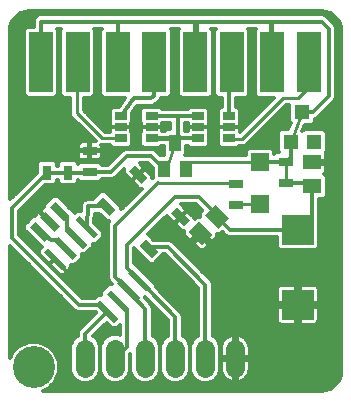
<source format=gtl>
G75*
G70*
%OFA0B0*%
%FSLAX24Y24*%
%IPPOS*%
%LPD*%
%AMOC8*
5,1,8,0,0,1.08239X$1,22.5*
%
%ADD10R,0.0197X0.0866*%
%ADD11R,0.0512X0.0630*%
%ADD12R,0.0591X0.0591*%
%ADD13R,0.0472X0.0315*%
%ADD14C,0.0640*%
%ADD15R,0.0630X0.0512*%
%ADD16R,0.1063X0.1004*%
%ADD17R,0.0300X0.0600*%
%ADD18R,0.0390X0.0272*%
%ADD19R,0.0800X0.2000*%
%ADD20R,0.0276X0.0669*%
%ADD21R,0.0315X0.0472*%
%ADD22R,0.0394X0.0551*%
%ADD23R,0.0512X0.0512*%
%ADD24R,0.0472X0.0492*%
%ADD25C,0.0120*%
%ADD26C,0.0100*%
%ADD27C,0.1400*%
D10*
G36*
X005273Y008080D02*
X005412Y008219D01*
X006023Y007608D01*
X005884Y007469D01*
X005273Y008080D01*
G37*
G36*
X004922Y007730D02*
X005061Y007869D01*
X005672Y007258D01*
X005533Y007119D01*
X004922Y007730D01*
G37*
G36*
X004569Y007376D02*
X004708Y007515D01*
X005319Y006904D01*
X005180Y006765D01*
X004569Y007376D01*
G37*
G36*
X004215Y007023D02*
X004354Y007162D01*
X004965Y006551D01*
X004826Y006412D01*
X004215Y007023D01*
G37*
G36*
X007029Y006324D02*
X007168Y006463D01*
X007779Y005852D01*
X007640Y005713D01*
X007029Y006324D01*
G37*
G36*
X006676Y005971D02*
X006815Y006110D01*
X007426Y005499D01*
X007287Y005360D01*
X006676Y005971D01*
G37*
G36*
X006322Y005617D02*
X006461Y005756D01*
X007072Y005145D01*
X006933Y005006D01*
X006322Y005617D01*
G37*
G36*
X005969Y005264D02*
X006108Y005403D01*
X006719Y004792D01*
X006580Y004653D01*
X005969Y005264D01*
G37*
D11*
G36*
X009598Y008236D02*
X009960Y008598D01*
X010404Y008154D01*
X010042Y007792D01*
X009598Y008236D01*
G37*
G36*
X009041Y007679D02*
X009403Y008041D01*
X009847Y007597D01*
X009485Y007235D01*
X009041Y007679D01*
G37*
D12*
X011428Y008633D03*
X011428Y010011D03*
D13*
X010623Y009277D03*
X010623Y008568D03*
X005753Y009678D03*
X005753Y010387D03*
X012283Y009303D03*
X012283Y010012D03*
D14*
X005608Y003787D02*
X005608Y003147D01*
X006608Y003147D02*
X006608Y003787D01*
X007608Y003787D02*
X007608Y003147D01*
X008608Y003147D02*
X008608Y003787D01*
X009608Y003787D02*
X009608Y003147D01*
X010608Y003147D02*
X010608Y003787D01*
D15*
X013163Y009219D03*
X013163Y010006D03*
D16*
X012693Y005259D03*
X012693Y007755D03*
D17*
G36*
X007403Y007232D02*
X007615Y007444D01*
X008039Y007020D01*
X007827Y006808D01*
X007403Y007232D01*
G37*
G36*
X005988Y008646D02*
X006200Y008858D01*
X006624Y008434D01*
X006412Y008222D01*
X005988Y008646D01*
G37*
G36*
X008463Y008292D02*
X008675Y008504D01*
X009099Y008080D01*
X008887Y007868D01*
X008463Y008292D01*
G37*
G36*
X007049Y009707D02*
X007261Y009919D01*
X007685Y009495D01*
X007473Y009283D01*
X007049Y009707D01*
G37*
D18*
X007815Y010803D03*
X007815Y011177D03*
X007815Y011551D03*
X006791Y011551D03*
X006791Y011177D03*
X006791Y010803D03*
X009371Y011551D03*
X009371Y011177D03*
X009371Y010803D03*
X010395Y010803D03*
X010395Y011177D03*
X010395Y011551D03*
D19*
X005352Y013347D03*
X004134Y013347D03*
X007912Y013347D03*
X006694Y013347D03*
X010492Y013337D03*
X009274Y013337D03*
X013052Y013337D03*
X011834Y013337D03*
D20*
G36*
X004418Y007562D02*
X004223Y007367D01*
X003752Y007838D01*
X003947Y008033D01*
X004418Y007562D01*
G37*
G36*
X004752Y007896D02*
X004557Y007701D01*
X004086Y008172D01*
X004281Y008367D01*
X004752Y007896D01*
G37*
G36*
X005086Y008230D02*
X004891Y008035D01*
X004420Y008506D01*
X004615Y008701D01*
X005086Y008230D01*
G37*
D21*
X004329Y009657D03*
X005037Y009657D03*
D22*
X008603Y010650D03*
X008977Y009784D03*
X008229Y009784D03*
D23*
X012843Y011689D03*
D24*
X012449Y010695D03*
X013237Y010695D03*
D25*
X010001Y008195D02*
X010440Y007755D01*
X012693Y007755D01*
X013163Y008225D01*
X013163Y009219D01*
X013078Y009303D01*
X012283Y009303D01*
X012283Y010012D02*
X012282Y010011D01*
X011428Y010011D01*
X012283Y010012D02*
X012449Y010178D01*
X012449Y010695D01*
X007404Y006088D02*
X007723Y005770D01*
X007723Y005737D01*
X008608Y004852D01*
X008608Y003467D01*
X007404Y006088D02*
X007003Y006490D01*
X007003Y007257D01*
X008603Y008857D01*
X009403Y008857D01*
X010001Y008259D01*
X010001Y008195D01*
X012843Y011689D02*
X013195Y011689D01*
X013723Y012217D01*
X013723Y014457D01*
X013483Y014697D01*
X011834Y014697D02*
X011803Y014697D01*
X011803Y013337D01*
X011834Y013337D01*
X011834Y014697D01*
X013483Y014697D01*
X011803Y014697D02*
X009323Y014697D01*
X009323Y013337D01*
X009274Y013337D01*
X009274Y014697D01*
X009323Y014697D01*
X009274Y014697D02*
X006694Y014697D01*
X006683Y014697D02*
X006683Y013347D01*
X006694Y013347D01*
X006694Y014697D01*
X006683Y014697D01*
X004123Y014697D01*
X004123Y013347D01*
X004134Y013347D01*
X010966Y012157D02*
X011072Y012263D01*
X011072Y014412D01*
X011026Y014457D01*
X011299Y014457D01*
X011254Y014412D01*
X011254Y012263D01*
X011359Y012157D01*
X011898Y012157D01*
X010762Y011021D01*
X010749Y011034D01*
X010749Y011169D01*
X010403Y011169D01*
X010403Y011185D01*
X010749Y011185D01*
X010749Y011321D01*
X010769Y011341D01*
X010769Y011762D01*
X010664Y011867D01*
X010635Y011867D01*
X010635Y012157D01*
X010966Y012157D01*
X010040Y011185D02*
X010386Y011185D01*
X010386Y011169D01*
X010040Y011169D01*
X010040Y011034D01*
X010020Y011014D01*
X010020Y010593D01*
X010125Y010487D01*
X010664Y010487D01*
X010724Y010547D01*
X010748Y010547D01*
X010938Y010547D01*
X012298Y011907D01*
X012407Y011907D01*
X012407Y011359D01*
X012448Y011317D01*
X012371Y011121D01*
X012138Y011121D01*
X012033Y011016D01*
X012033Y010374D01*
X012058Y010349D01*
X011972Y010349D01*
X011903Y010280D01*
X011903Y010381D01*
X011798Y010487D01*
X011058Y010487D01*
X010953Y010381D01*
X010953Y010241D01*
X008921Y010241D01*
X008980Y010300D01*
X008980Y010563D01*
X009026Y010563D01*
X009102Y010487D01*
X009640Y010487D01*
X009746Y010593D01*
X009746Y011014D01*
X009726Y011034D01*
X009726Y011169D01*
X009379Y011169D01*
X009379Y011185D01*
X009726Y011185D01*
X009726Y011321D01*
X009746Y011341D01*
X009746Y011762D01*
X009640Y011867D01*
X009102Y011867D01*
X009026Y011791D01*
X008160Y011791D01*
X008084Y011867D01*
X007545Y011867D01*
X007440Y011762D01*
X007440Y011341D01*
X007460Y011321D01*
X007460Y011185D01*
X007806Y011185D01*
X007806Y011169D01*
X007460Y011169D01*
X007460Y011034D01*
X007440Y011014D01*
X007440Y010593D01*
X007545Y010487D01*
X008084Y010487D01*
X008134Y010537D01*
X008226Y010537D01*
X008226Y010300D01*
X008234Y010293D01*
X008215Y010240D01*
X008113Y010240D01*
X007932Y010421D01*
X007920Y010426D01*
X007898Y010447D01*
X007868Y010447D01*
X007843Y010457D01*
X007748Y010457D01*
X006955Y010457D01*
X006867Y010421D01*
X006799Y010353D01*
X006799Y010353D01*
X006364Y009918D01*
X006161Y009918D01*
X006064Y010015D01*
X005442Y010015D01*
X005375Y009948D01*
X005375Y009968D01*
X005269Y010074D01*
X004805Y010074D01*
X004700Y009968D01*
X004700Y009897D01*
X004666Y009897D01*
X004666Y009968D01*
X004561Y010074D01*
X004096Y010074D01*
X003991Y009968D01*
X003991Y009659D01*
X003103Y008771D01*
X003103Y014430D01*
X003110Y014525D01*
X003169Y014706D01*
X003281Y014859D01*
X003434Y014971D01*
X003615Y015030D01*
X003710Y015037D01*
X003741Y015037D01*
X003785Y015037D01*
X013515Y015037D01*
X013610Y015030D01*
X013791Y014971D01*
X013945Y014859D01*
X014057Y014706D01*
X014115Y014525D01*
X014123Y014430D01*
X014123Y003005D01*
X014115Y002910D01*
X014057Y002729D01*
X013945Y002575D01*
X013791Y002464D01*
X013610Y002405D01*
X013515Y002397D01*
X013455Y002397D01*
X013441Y002397D01*
X004195Y002397D01*
X004359Y002465D01*
X004595Y002701D01*
X004723Y003010D01*
X004723Y003344D01*
X004595Y003653D01*
X004359Y003889D01*
X004050Y004017D01*
X003716Y004017D01*
X003407Y003889D01*
X003171Y003653D01*
X003103Y003489D01*
X003103Y007218D01*
X005267Y005054D01*
X005355Y005017D01*
X005451Y005017D01*
X005960Y005017D01*
X005977Y005001D01*
X005472Y004495D01*
X005404Y004428D01*
X005368Y004340D01*
X005368Y004229D01*
X005325Y004211D01*
X005184Y004071D01*
X005108Y003887D01*
X005108Y003048D01*
X005184Y002864D01*
X005325Y002723D01*
X005508Y002647D01*
X005707Y002647D01*
X005891Y002723D01*
X006032Y002864D01*
X006108Y003048D01*
X006108Y003887D01*
X006032Y004071D01*
X005891Y004211D01*
X005874Y004218D01*
X006316Y004661D01*
X006506Y004472D01*
X006655Y004472D01*
X006763Y004580D01*
X006763Y004264D01*
X006707Y004287D01*
X006508Y004287D01*
X006325Y004211D01*
X006184Y004071D01*
X006108Y003887D01*
X006108Y003048D01*
X006184Y002864D01*
X006325Y002723D01*
X006508Y002647D01*
X006707Y002647D01*
X006891Y002723D01*
X007032Y002864D01*
X007108Y003048D01*
X007108Y003628D01*
X007108Y003628D01*
X007108Y003048D01*
X007184Y002864D01*
X007325Y002723D01*
X007508Y002647D01*
X007707Y002647D01*
X007891Y002723D01*
X008032Y002864D01*
X008108Y003048D01*
X008108Y003887D01*
X008032Y004071D01*
X007891Y004211D01*
X007848Y004229D01*
X007848Y005180D01*
X007811Y005268D01*
X007744Y005336D01*
X007607Y005473D01*
X007607Y005514D01*
X008368Y004753D01*
X008368Y004229D01*
X008325Y004211D01*
X008184Y004071D01*
X008108Y003887D01*
X008108Y003048D01*
X008184Y002864D01*
X008325Y002723D01*
X008508Y002647D01*
X008707Y002647D01*
X008891Y002723D01*
X009032Y002864D01*
X009108Y003048D01*
X009108Y003887D01*
X009032Y004071D01*
X008891Y004211D01*
X008848Y004229D01*
X008848Y004900D01*
X008811Y004988D01*
X008744Y005056D01*
X007960Y005839D01*
X007960Y005926D01*
X007243Y006644D01*
X007243Y007137D01*
X007752Y006628D01*
X007901Y006628D01*
X008211Y006937D01*
X008263Y006937D01*
X009368Y005833D01*
X009368Y004229D01*
X009325Y004211D01*
X009184Y004071D01*
X009108Y003887D01*
X009108Y003048D01*
X009184Y002864D01*
X009325Y002723D01*
X009508Y002647D01*
X009707Y002647D01*
X009891Y002723D01*
X010032Y002864D01*
X010108Y003048D01*
X010108Y003887D01*
X010032Y004071D01*
X009891Y004211D01*
X009848Y004229D01*
X009848Y005885D01*
X009848Y005980D01*
X009811Y006068D01*
X008566Y007313D01*
X008499Y007381D01*
X008411Y007417D01*
X007896Y007417D01*
X007699Y007614D01*
X008315Y008230D01*
X008335Y008194D01*
X008551Y007978D01*
X008760Y008186D01*
X008781Y008165D01*
X008573Y007956D01*
X008789Y007740D01*
X008826Y007719D01*
X008866Y007708D01*
X008883Y007708D01*
X008881Y007701D01*
X008881Y007658D01*
X008892Y007618D01*
X008913Y007581D01*
X009108Y007386D01*
X009359Y007638D01*
X009444Y007553D01*
X009193Y007301D01*
X009388Y007106D01*
X009424Y007085D01*
X009465Y007074D01*
X009507Y007074D01*
X009548Y007085D01*
X009584Y007106D01*
X009738Y007260D01*
X009444Y007553D01*
X009529Y007638D01*
X009823Y007344D01*
X009976Y007498D01*
X009997Y007534D01*
X010008Y007575D01*
X010008Y007611D01*
X010117Y007611D01*
X010181Y007675D01*
X010237Y007619D01*
X010304Y007552D01*
X010393Y007515D01*
X011981Y007515D01*
X011981Y007179D01*
X012087Y007073D01*
X013299Y007073D01*
X013404Y007179D01*
X013404Y008332D01*
X013403Y008333D01*
X013403Y008783D01*
X013552Y008783D01*
X013658Y008888D01*
X013658Y009549D01*
X013580Y009626D01*
X013606Y009652D01*
X013627Y009688D01*
X013638Y009729D01*
X013638Y009946D01*
X013223Y009946D01*
X013223Y010066D01*
X013638Y010066D01*
X013638Y010283D01*
X013627Y010324D01*
X013618Y010339D01*
X013653Y010374D01*
X013653Y011016D01*
X013547Y011121D01*
X012926Y011121D01*
X012843Y011038D01*
X012835Y011046D01*
X012918Y011253D01*
X013173Y011253D01*
X013279Y011359D01*
X013279Y011464D01*
X013331Y011486D01*
X013859Y012014D01*
X013926Y012081D01*
X013963Y012170D01*
X013963Y014410D01*
X013963Y014505D01*
X013926Y014593D01*
X013619Y014901D01*
X013531Y014937D01*
X013435Y014937D01*
X011882Y014937D01*
X011851Y014937D01*
X011755Y014937D01*
X009371Y014937D01*
X009322Y014937D01*
X006742Y014937D01*
X006731Y014937D01*
X004171Y014937D01*
X004075Y014937D01*
X003987Y014901D01*
X003919Y014833D01*
X003883Y014745D01*
X003883Y014527D01*
X003659Y014527D01*
X003554Y014422D01*
X003554Y012273D01*
X003659Y012167D01*
X004608Y012167D01*
X004714Y012273D01*
X004714Y014422D01*
X004678Y014457D01*
X004807Y014457D01*
X004772Y014422D01*
X004772Y012273D01*
X004877Y012167D01*
X005093Y012167D01*
X005093Y011562D01*
X005228Y011427D01*
X005951Y010704D01*
X005772Y010704D01*
X005772Y010406D01*
X005734Y010406D01*
X005734Y010704D01*
X005496Y010704D01*
X005455Y010693D01*
X005418Y010672D01*
X005389Y010642D01*
X005368Y010606D01*
X005357Y010565D01*
X005357Y010405D01*
X005734Y010405D01*
X005734Y010368D01*
X005357Y010368D01*
X005357Y010208D01*
X005368Y010167D01*
X005389Y010131D01*
X005418Y010101D01*
X005455Y010080D01*
X005496Y010069D01*
X005734Y010069D01*
X005734Y010368D01*
X005772Y010368D01*
X005772Y010069D01*
X006010Y010069D01*
X006051Y010080D01*
X006087Y010101D01*
X006117Y010131D01*
X006138Y010167D01*
X006149Y010208D01*
X006149Y010368D01*
X005772Y010368D01*
X005772Y010405D01*
X006149Y010405D01*
X006149Y010565D01*
X006147Y010573D01*
X006272Y010573D01*
X006436Y010573D01*
X006522Y010487D01*
X007060Y010487D01*
X007166Y010593D01*
X007166Y011014D01*
X007146Y011034D01*
X007146Y011169D01*
X006799Y011169D01*
X006799Y011185D01*
X007146Y011185D01*
X007146Y011321D01*
X007166Y011341D01*
X007166Y011659D01*
X007339Y011897D01*
X007851Y011897D01*
X007939Y011934D01*
X008006Y012001D01*
X008086Y012081D01*
X008122Y012167D01*
X008386Y012167D01*
X008492Y012273D01*
X008492Y014422D01*
X008456Y014457D01*
X008739Y014457D01*
X008694Y014412D01*
X008694Y012263D01*
X008799Y012157D01*
X009748Y012157D01*
X009854Y012263D01*
X009854Y014412D01*
X009808Y014457D01*
X009957Y014457D01*
X009912Y014412D01*
X009912Y012263D01*
X010017Y012157D01*
X010155Y012157D01*
X010155Y011867D01*
X010125Y011867D01*
X010020Y011762D01*
X010020Y011341D01*
X010040Y011321D01*
X010040Y011185D01*
X013384Y005199D02*
X012753Y005199D01*
X012753Y005319D01*
X013384Y005319D01*
X013384Y005782D01*
X013373Y005823D01*
X013352Y005859D01*
X013323Y005889D01*
X013286Y005910D01*
X013245Y005921D01*
X012753Y005921D01*
X012753Y005319D01*
X012633Y005319D01*
X012633Y005921D01*
X012140Y005921D01*
X012100Y005910D01*
X012063Y005889D01*
X012033Y005859D01*
X012012Y005823D01*
X012001Y005782D01*
X012001Y005319D01*
X012633Y005319D01*
X012633Y005199D01*
X012001Y005199D01*
X012001Y004736D01*
X012012Y004696D01*
X012033Y004659D01*
X012063Y004629D01*
X012100Y004608D01*
X012140Y004597D01*
X012633Y004597D01*
X012633Y005199D01*
X012753Y005199D01*
X012753Y004597D01*
X013245Y004597D01*
X013286Y004608D01*
X013323Y004629D01*
X013352Y004659D01*
X013373Y004696D01*
X013384Y004736D01*
X013384Y005199D01*
X010720Y004255D02*
X010648Y004267D01*
X010648Y003508D01*
X010568Y003508D01*
X010568Y004267D01*
X010495Y004255D01*
X010424Y004232D01*
X010356Y004198D01*
X010295Y004153D01*
X010242Y004100D01*
X010197Y004039D01*
X010163Y003972D01*
X010140Y003900D01*
X010128Y003825D01*
X010128Y003507D01*
X010568Y003507D01*
X010568Y003427D01*
X010128Y003427D01*
X010128Y003110D01*
X010140Y003035D01*
X010163Y002963D01*
X010197Y002896D01*
X010242Y002835D01*
X010295Y002781D01*
X010356Y002737D01*
X010424Y002702D01*
X010495Y002679D01*
X010568Y002668D01*
X010568Y003427D01*
X010648Y003427D01*
X010648Y002668D01*
X010720Y002679D01*
X010792Y002702D01*
X010859Y002737D01*
X010921Y002781D01*
X010974Y002835D01*
X011018Y002896D01*
X011053Y002963D01*
X011076Y003035D01*
X011088Y003110D01*
X011088Y003427D01*
X010648Y003427D01*
X010648Y003507D01*
X011088Y003507D01*
X011088Y003825D01*
X011076Y003900D01*
X011053Y003972D01*
X011018Y004039D01*
X010974Y004100D01*
X010921Y004153D01*
X010859Y004198D01*
X010792Y004232D01*
X010720Y004255D01*
X008443Y011106D02*
X008331Y011106D01*
X008269Y011043D01*
X008169Y011043D01*
X008169Y011169D01*
X007823Y011169D01*
X007823Y011185D01*
X008169Y011185D01*
X008169Y011311D01*
X008443Y011311D01*
X008443Y011106D01*
X007845Y009516D02*
X007834Y009556D01*
X007813Y009593D01*
X007597Y009809D01*
X007388Y009601D01*
X007367Y009622D01*
X007576Y009830D01*
X007429Y009977D01*
X007696Y009977D01*
X007852Y009822D01*
X007852Y009486D01*
X007845Y009479D01*
X007845Y009516D01*
X004561Y009241D02*
X004666Y009347D01*
X004666Y009417D01*
X004700Y009417D01*
X004700Y009347D01*
X004805Y009241D01*
X005269Y009241D01*
X005375Y009347D01*
X005375Y009408D01*
X005442Y009341D01*
X006064Y009341D01*
X006161Y009438D01*
X006416Y009438D01*
X006511Y009438D01*
X006599Y009475D01*
X006909Y009784D01*
X006900Y009768D01*
X006889Y009728D01*
X006889Y009686D01*
X006900Y009645D01*
X006921Y009608D01*
X007137Y009392D01*
X007346Y009600D01*
X007367Y009579D01*
X007158Y009371D01*
X007375Y009154D01*
X007411Y009133D01*
X007452Y009122D01*
X007489Y009122D01*
X006805Y008438D01*
X006805Y008508D01*
X006275Y009038D01*
X006126Y009038D01*
X005868Y008780D01*
X005713Y008780D01*
X005675Y008783D01*
X005666Y008780D01*
X005656Y008780D01*
X005621Y008765D01*
X005584Y008754D01*
X005577Y008747D01*
X005568Y008743D01*
X005541Y008716D01*
X005512Y008692D01*
X005507Y008683D01*
X005500Y008676D01*
X005486Y008640D01*
X005468Y008607D01*
X005468Y008597D01*
X005464Y008588D01*
X005464Y008549D01*
X005452Y008400D01*
X005337Y008400D01*
X005254Y008317D01*
X004689Y008882D01*
X004540Y008882D01*
X004239Y008582D01*
X004239Y008523D01*
X004218Y008517D01*
X004182Y008496D01*
X004076Y008390D01*
X004419Y008047D01*
X004407Y008034D01*
X004063Y008377D01*
X003957Y008271D01*
X003936Y008235D01*
X003931Y008214D01*
X003872Y008214D01*
X003571Y007913D01*
X003571Y007764D01*
X004150Y007186D01*
X004151Y007186D01*
X004087Y007121D01*
X004066Y007085D01*
X004055Y007044D01*
X004055Y007002D01*
X004066Y006961D01*
X004087Y006925D01*
X004407Y006604D01*
X004590Y006786D01*
X004590Y006786D01*
X004408Y006604D01*
X004729Y006283D01*
X004765Y006262D01*
X004806Y006251D01*
X004848Y006251D01*
X004889Y006262D01*
X004925Y006283D01*
X005010Y006367D01*
X004591Y006786D01*
X004591Y006786D01*
X005010Y006367D01*
X005094Y006452D01*
X005115Y006488D01*
X005126Y006529D01*
X005126Y006571D01*
X005123Y006584D01*
X005255Y006584D01*
X005500Y006829D01*
X005500Y006938D01*
X005609Y006938D01*
X005853Y007182D01*
X005853Y007289D01*
X005959Y007289D01*
X006204Y007533D01*
X006204Y007682D01*
X005900Y007986D01*
X005925Y008300D01*
X006080Y008300D01*
X006338Y008042D01*
X006408Y008042D01*
X006399Y008033D01*
X006363Y007945D01*
X006363Y007850D01*
X006363Y006135D01*
X006399Y006047D01*
X006467Y005979D01*
X006495Y005951D01*
X006495Y005937D01*
X006386Y005937D01*
X006141Y005692D01*
X006141Y005583D01*
X006032Y005583D01*
X005946Y005497D01*
X005502Y005497D01*
X003403Y007597D01*
X003403Y008392D01*
X004252Y009241D01*
X004561Y009241D01*
X009016Y011185D02*
X009363Y011185D01*
X009363Y011169D01*
X009016Y011169D01*
X009016Y011043D01*
X008937Y011043D01*
X008923Y011057D01*
X008923Y011311D01*
X009016Y011311D01*
X009016Y011185D01*
X005826Y012167D02*
X005932Y012273D01*
X005932Y014422D01*
X005896Y014457D01*
X006149Y014457D01*
X006114Y014422D01*
X006114Y012273D01*
X006219Y012167D01*
X006942Y012167D01*
X006724Y011867D01*
X006522Y011867D01*
X006416Y011762D01*
X006416Y011341D01*
X006436Y011321D01*
X006436Y011185D01*
X006783Y011185D01*
X006783Y011169D01*
X006436Y011169D01*
X006436Y011034D01*
X006436Y011033D01*
X006272Y011033D01*
X005553Y011753D01*
X005553Y012167D01*
X005826Y012167D01*
X009418Y008311D02*
X009418Y008201D01*
X009382Y008201D01*
X009341Y008191D01*
X009304Y008169D01*
X009254Y008120D01*
X009249Y008142D01*
X009227Y008179D01*
X009011Y008395D01*
X008803Y008186D01*
X008781Y008208D01*
X008990Y008416D01*
X008789Y008617D01*
X009303Y008617D01*
X009514Y008407D01*
X009418Y008311D01*
X013763Y002454D02*
X004333Y002454D01*
X004466Y002573D02*
X013942Y002573D01*
X005402Y002691D02*
X004585Y002691D01*
X005814Y002691D02*
X006402Y002691D01*
X006814Y002691D02*
X007402Y002691D01*
X007814Y002691D02*
X008402Y002691D01*
X008814Y002691D02*
X009402Y002691D01*
X009814Y002691D02*
X010457Y002691D01*
X010568Y002691D02*
X010648Y002691D01*
X010758Y002691D02*
X014029Y002691D01*
X005238Y002810D02*
X004640Y002810D01*
X005978Y002810D02*
X006238Y002810D01*
X006978Y002810D02*
X007238Y002810D01*
X007978Y002810D02*
X008238Y002810D01*
X008978Y002810D02*
X009238Y002810D01*
X009978Y002810D02*
X010266Y002810D01*
X010568Y002810D02*
X010648Y002810D01*
X010949Y002810D02*
X014083Y002810D01*
X005157Y002929D02*
X004689Y002929D01*
X006058Y002929D02*
X006157Y002929D01*
X007058Y002929D02*
X007157Y002929D01*
X008058Y002929D02*
X008157Y002929D01*
X009058Y002929D02*
X009157Y002929D01*
X010058Y002929D02*
X010181Y002929D01*
X010568Y002929D02*
X010648Y002929D01*
X011035Y002929D02*
X014117Y002929D01*
X005108Y003047D02*
X004723Y003047D01*
X006107Y003047D02*
X006108Y003047D01*
X007107Y003047D02*
X007108Y003047D01*
X008107Y003047D02*
X008108Y003047D01*
X009107Y003047D02*
X009108Y003047D01*
X010107Y003047D02*
X010138Y003047D01*
X010568Y003047D02*
X010648Y003047D01*
X011078Y003047D02*
X014123Y003047D01*
X005108Y003166D02*
X004723Y003166D01*
X006108Y003166D02*
X006108Y003166D01*
X007108Y003166D02*
X007108Y003166D01*
X008108Y003166D02*
X008108Y003166D01*
X009108Y003166D02*
X009108Y003166D01*
X010108Y003166D02*
X010128Y003166D01*
X010568Y003166D02*
X010648Y003166D01*
X011088Y003166D02*
X014123Y003166D01*
X005108Y003284D02*
X004723Y003284D01*
X006108Y003284D02*
X006108Y003284D01*
X007108Y003284D02*
X007108Y003284D01*
X008108Y003284D02*
X008108Y003284D01*
X009108Y003284D02*
X009108Y003284D01*
X010108Y003284D02*
X010128Y003284D01*
X010568Y003284D02*
X010648Y003284D01*
X011088Y003284D02*
X014123Y003284D01*
X005108Y003403D02*
X004699Y003403D01*
X006108Y003403D02*
X006108Y003403D01*
X007108Y003403D02*
X007108Y003403D01*
X008108Y003403D02*
X008108Y003403D01*
X009108Y003403D02*
X009108Y003403D01*
X010108Y003403D02*
X010128Y003403D01*
X010568Y003403D02*
X010648Y003403D01*
X011088Y003403D02*
X014123Y003403D01*
X003116Y003521D02*
X003103Y003521D01*
X004650Y003521D02*
X005108Y003521D01*
X006108Y003521D02*
X006108Y003521D01*
X007108Y003521D02*
X007108Y003521D01*
X008108Y003521D02*
X008108Y003521D01*
X009108Y003521D02*
X009108Y003521D01*
X010108Y003521D02*
X010128Y003521D01*
X010568Y003521D02*
X010648Y003521D01*
X011088Y003521D02*
X014123Y003521D01*
X003165Y003640D02*
X003103Y003640D01*
X004600Y003640D02*
X005108Y003640D01*
X006108Y003640D02*
X006108Y003640D01*
X008108Y003640D02*
X008108Y003640D01*
X009108Y003640D02*
X009108Y003640D01*
X010108Y003640D02*
X010128Y003640D01*
X010568Y003640D02*
X010648Y003640D01*
X011088Y003640D02*
X014123Y003640D01*
X003276Y003758D02*
X003103Y003758D01*
X004490Y003758D02*
X005108Y003758D01*
X006108Y003758D02*
X006108Y003758D01*
X008108Y003758D02*
X008108Y003758D01*
X009108Y003758D02*
X009108Y003758D01*
X010108Y003758D02*
X010128Y003758D01*
X010568Y003758D02*
X010648Y003758D01*
X011088Y003758D02*
X014123Y003758D01*
X003395Y003877D02*
X003103Y003877D01*
X004371Y003877D02*
X005108Y003877D01*
X006108Y003877D02*
X006108Y003877D01*
X008108Y003877D02*
X008108Y003877D01*
X009108Y003877D02*
X009108Y003877D01*
X010108Y003877D02*
X010136Y003877D01*
X010568Y003877D02*
X010648Y003877D01*
X011080Y003877D02*
X014123Y003877D01*
X003663Y003995D02*
X003103Y003995D01*
X004103Y003995D02*
X005153Y003995D01*
X006063Y003995D02*
X006153Y003995D01*
X008063Y003995D02*
X008153Y003995D01*
X009063Y003995D02*
X009153Y003995D01*
X010063Y003995D02*
X010175Y003995D01*
X010568Y003995D02*
X010648Y003995D01*
X011040Y003995D02*
X014123Y003995D01*
X005227Y004114D02*
X003103Y004114D01*
X005988Y004114D02*
X006227Y004114D01*
X007988Y004114D02*
X008227Y004114D01*
X008988Y004114D02*
X009227Y004114D01*
X009988Y004114D02*
X010256Y004114D01*
X010568Y004114D02*
X010648Y004114D01*
X010960Y004114D02*
X014123Y004114D01*
X005368Y004233D02*
X003103Y004233D01*
X005888Y004233D02*
X006376Y004233D01*
X007848Y004233D02*
X008368Y004233D01*
X008848Y004233D02*
X009368Y004233D01*
X009848Y004233D02*
X010425Y004233D01*
X010568Y004233D02*
X010648Y004233D01*
X010791Y004233D02*
X014123Y004233D01*
X005373Y004351D02*
X003103Y004351D01*
X006006Y004351D02*
X006763Y004351D01*
X007848Y004351D02*
X008368Y004351D01*
X008848Y004351D02*
X009368Y004351D01*
X009848Y004351D02*
X014123Y004351D01*
X005446Y004470D02*
X003103Y004470D01*
X006125Y004470D02*
X006763Y004470D01*
X007848Y004470D02*
X008368Y004470D01*
X008848Y004470D02*
X009368Y004470D01*
X009848Y004470D02*
X014123Y004470D01*
X005565Y004588D02*
X003103Y004588D01*
X006244Y004588D02*
X006389Y004588D01*
X007848Y004588D02*
X008368Y004588D01*
X008848Y004588D02*
X009368Y004588D01*
X009848Y004588D02*
X014123Y004588D01*
X005683Y004707D02*
X003103Y004707D01*
X007848Y004707D02*
X008368Y004707D01*
X008848Y004707D02*
X009368Y004707D01*
X009848Y004707D02*
X012009Y004707D01*
X012633Y004707D02*
X012753Y004707D01*
X013376Y004707D02*
X014123Y004707D01*
X005802Y004825D02*
X003103Y004825D01*
X007848Y004825D02*
X008295Y004825D01*
X008848Y004825D02*
X009368Y004825D01*
X009848Y004825D02*
X012001Y004825D01*
X012633Y004825D02*
X012753Y004825D01*
X013384Y004825D02*
X014123Y004825D01*
X005920Y004944D02*
X003103Y004944D01*
X007848Y004944D02*
X008177Y004944D01*
X008830Y004944D02*
X009368Y004944D01*
X009848Y004944D02*
X012001Y004944D01*
X012633Y004944D02*
X012753Y004944D01*
X013384Y004944D02*
X014123Y004944D01*
X005258Y005062D02*
X003103Y005062D01*
X007848Y005062D02*
X008058Y005062D01*
X008737Y005062D02*
X009368Y005062D01*
X009848Y005062D02*
X012001Y005062D01*
X012633Y005062D02*
X012753Y005062D01*
X013384Y005062D02*
X014123Y005062D01*
X005140Y005181D02*
X003103Y005181D01*
X007847Y005181D02*
X007940Y005181D01*
X008619Y005181D02*
X009368Y005181D01*
X009848Y005181D02*
X012001Y005181D01*
X012633Y005181D02*
X012753Y005181D01*
X013384Y005181D02*
X014123Y005181D01*
X005021Y005299D02*
X003103Y005299D01*
X007780Y005299D02*
X007821Y005299D01*
X008500Y005299D02*
X009368Y005299D01*
X009848Y005299D02*
X012633Y005299D01*
X012753Y005299D02*
X014123Y005299D01*
X004903Y005418D02*
X003103Y005418D01*
X007662Y005418D02*
X007703Y005418D01*
X008382Y005418D02*
X009368Y005418D01*
X009848Y005418D02*
X012001Y005418D01*
X012633Y005418D02*
X012753Y005418D01*
X013384Y005418D02*
X014123Y005418D01*
X004784Y005537D02*
X003103Y005537D01*
X005463Y005537D02*
X005986Y005537D01*
X008263Y005537D02*
X009368Y005537D01*
X009848Y005537D02*
X012001Y005537D01*
X012633Y005537D02*
X012753Y005537D01*
X013384Y005537D02*
X014123Y005537D01*
X004666Y005655D02*
X003103Y005655D01*
X005344Y005655D02*
X006141Y005655D01*
X008144Y005655D02*
X009368Y005655D01*
X009848Y005655D02*
X012001Y005655D01*
X012633Y005655D02*
X012753Y005655D01*
X013384Y005655D02*
X014123Y005655D01*
X004547Y005774D02*
X003103Y005774D01*
X005226Y005774D02*
X006223Y005774D01*
X008026Y005774D02*
X009368Y005774D01*
X009848Y005774D02*
X012001Y005774D01*
X012633Y005774D02*
X012753Y005774D01*
X013384Y005774D02*
X014123Y005774D01*
X004429Y005892D02*
X003103Y005892D01*
X005107Y005892D02*
X006341Y005892D01*
X007960Y005892D02*
X009309Y005892D01*
X009848Y005892D02*
X012068Y005892D01*
X012633Y005892D02*
X012753Y005892D01*
X013318Y005892D02*
X014123Y005892D01*
X004310Y006011D02*
X003103Y006011D01*
X004989Y006011D02*
X006435Y006011D01*
X007876Y006011D02*
X009190Y006011D01*
X009835Y006011D02*
X014123Y006011D01*
X004191Y006129D02*
X003103Y006129D01*
X004870Y006129D02*
X006365Y006129D01*
X007757Y006129D02*
X009071Y006129D01*
X009750Y006129D02*
X014123Y006129D01*
X004073Y006248D02*
X003103Y006248D01*
X004752Y006248D02*
X006363Y006248D01*
X007639Y006248D02*
X008953Y006248D01*
X009632Y006248D02*
X014123Y006248D01*
X003954Y006366D02*
X003103Y006366D01*
X004633Y006366D02*
X004645Y006366D01*
X005009Y006366D02*
X006363Y006366D01*
X007520Y006366D02*
X008834Y006366D01*
X009513Y006366D02*
X014123Y006366D01*
X003836Y006485D02*
X003103Y006485D01*
X004515Y006485D02*
X004527Y006485D01*
X004892Y006485D02*
X004892Y006485D01*
X005113Y006485D02*
X006363Y006485D01*
X007401Y006485D02*
X008716Y006485D01*
X009395Y006485D02*
X014123Y006485D01*
X003717Y006603D02*
X003103Y006603D01*
X004396Y006603D02*
X004408Y006603D01*
X004773Y006603D02*
X004774Y006603D01*
X005274Y006603D02*
X006363Y006603D01*
X007283Y006603D02*
X008597Y006603D01*
X009276Y006603D02*
X014123Y006603D01*
X003599Y006722D02*
X003103Y006722D01*
X004278Y006722D02*
X004289Y006722D01*
X004526Y006722D02*
X004526Y006722D01*
X004655Y006722D02*
X004655Y006722D01*
X005393Y006722D02*
X006363Y006722D01*
X007243Y006722D02*
X007658Y006722D01*
X007996Y006722D02*
X008479Y006722D01*
X009158Y006722D02*
X014123Y006722D01*
X003480Y006841D02*
X003103Y006841D01*
X004159Y006841D02*
X004171Y006841D01*
X005500Y006841D02*
X006363Y006841D01*
X007243Y006841D02*
X007539Y006841D01*
X008114Y006841D02*
X008360Y006841D01*
X009039Y006841D02*
X014123Y006841D01*
X003362Y006959D02*
X003103Y006959D01*
X004040Y006959D02*
X004067Y006959D01*
X005630Y006959D02*
X006363Y006959D01*
X007243Y006959D02*
X007421Y006959D01*
X008920Y006959D02*
X014123Y006959D01*
X003243Y007078D02*
X003103Y007078D01*
X003922Y007078D02*
X004064Y007078D01*
X005748Y007078D02*
X006363Y007078D01*
X007243Y007078D02*
X007302Y007078D01*
X008802Y007078D02*
X009452Y007078D01*
X009520Y007078D02*
X012083Y007078D01*
X013303Y007078D02*
X014123Y007078D01*
X003125Y007196D02*
X003103Y007196D01*
X003803Y007196D02*
X004139Y007196D01*
X005853Y007196D02*
X006363Y007196D01*
X008683Y007196D02*
X009298Y007196D01*
X009674Y007196D02*
X011981Y007196D01*
X013404Y007196D02*
X014123Y007196D01*
X004021Y007315D02*
X003685Y007315D01*
X005985Y007315D02*
X006363Y007315D01*
X008565Y007315D02*
X009206Y007315D01*
X009683Y007315D02*
X011981Y007315D01*
X013404Y007315D02*
X014123Y007315D01*
X003902Y007433D02*
X003566Y007433D01*
X006104Y007433D02*
X006363Y007433D01*
X007880Y007433D02*
X009061Y007433D01*
X009155Y007433D02*
X009325Y007433D01*
X009564Y007433D02*
X009734Y007433D01*
X009911Y007433D02*
X011981Y007433D01*
X013404Y007433D02*
X014123Y007433D01*
X003784Y007552D02*
X003448Y007552D01*
X006204Y007552D02*
X006363Y007552D01*
X007761Y007552D02*
X008942Y007552D01*
X009274Y007552D02*
X009443Y007552D01*
X009446Y007552D02*
X009615Y007552D01*
X010002Y007552D02*
X010305Y007552D01*
X013404Y007552D02*
X014123Y007552D01*
X003665Y007670D02*
X003403Y007670D01*
X006204Y007670D02*
X006363Y007670D01*
X007755Y007670D02*
X008881Y007670D01*
X010177Y007670D02*
X010186Y007670D01*
X013404Y007670D02*
X014123Y007670D01*
X003571Y007789D02*
X003403Y007789D01*
X006097Y007789D02*
X006363Y007789D01*
X007874Y007789D02*
X008740Y007789D01*
X013404Y007789D02*
X014123Y007789D01*
X003571Y007907D02*
X003403Y007907D01*
X005979Y007907D02*
X006363Y007907D01*
X007992Y007907D02*
X008622Y007907D01*
X013404Y007907D02*
X014123Y007907D01*
X003684Y008026D02*
X003403Y008026D01*
X005903Y008026D02*
X006396Y008026D01*
X008111Y008026D02*
X008503Y008026D01*
X008600Y008026D02*
X008642Y008026D01*
X013404Y008026D02*
X014123Y008026D01*
X003802Y008144D02*
X003403Y008144D01*
X004296Y008144D02*
X004321Y008144D01*
X005913Y008144D02*
X006235Y008144D01*
X008229Y008144D02*
X008385Y008144D01*
X008718Y008144D02*
X008761Y008144D01*
X009247Y008144D02*
X009279Y008144D01*
X013404Y008144D02*
X014123Y008144D01*
X003953Y008263D02*
X003403Y008263D01*
X004177Y008263D02*
X004203Y008263D01*
X005922Y008263D02*
X006117Y008263D01*
X008837Y008263D02*
X008879Y008263D01*
X009143Y008263D02*
X009418Y008263D01*
X013404Y008263D02*
X014123Y008263D01*
X004084Y008382D02*
X003403Y008382D01*
X005189Y008382D02*
X005319Y008382D01*
X008955Y008382D02*
X008998Y008382D01*
X009024Y008382D02*
X009488Y008382D01*
X013403Y008382D02*
X014123Y008382D01*
X004189Y008500D02*
X003511Y008500D01*
X005071Y008500D02*
X005460Y008500D01*
X006805Y008500D02*
X006866Y008500D01*
X008906Y008500D02*
X009421Y008500D01*
X013403Y008500D02*
X014123Y008500D01*
X004276Y008619D02*
X003629Y008619D01*
X004952Y008619D02*
X005475Y008619D01*
X006694Y008619D02*
X006985Y008619D01*
X013403Y008619D02*
X014123Y008619D01*
X004395Y008737D02*
X003748Y008737D01*
X004834Y008737D02*
X005562Y008737D01*
X006576Y008737D02*
X007103Y008737D01*
X013403Y008737D02*
X014123Y008737D01*
X003188Y008856D02*
X003103Y008856D01*
X003866Y008856D02*
X004514Y008856D01*
X004715Y008856D02*
X005943Y008856D01*
X006457Y008856D02*
X007222Y008856D01*
X013625Y008856D02*
X014123Y008856D01*
X003306Y008974D02*
X003103Y008974D01*
X003985Y008974D02*
X006062Y008974D01*
X006339Y008974D02*
X007340Y008974D01*
X013658Y008974D02*
X014123Y008974D01*
X003425Y009093D02*
X003103Y009093D01*
X004103Y009093D02*
X007459Y009093D01*
X013658Y009093D02*
X014123Y009093D01*
X003543Y009211D02*
X003103Y009211D01*
X004222Y009211D02*
X007318Y009211D01*
X013658Y009211D02*
X014123Y009211D01*
X003662Y009330D02*
X003103Y009330D01*
X004649Y009330D02*
X004716Y009330D01*
X005358Y009330D02*
X007199Y009330D01*
X013658Y009330D02*
X014123Y009330D01*
X003780Y009448D02*
X003103Y009448D01*
X006536Y009448D02*
X007081Y009448D01*
X007194Y009448D02*
X007236Y009448D01*
X013658Y009448D02*
X014123Y009448D01*
X003899Y009567D02*
X003103Y009567D01*
X006692Y009567D02*
X006962Y009567D01*
X007312Y009567D02*
X007355Y009567D01*
X007828Y009567D02*
X007852Y009567D01*
X013640Y009567D02*
X014123Y009567D01*
X003991Y009686D02*
X003103Y009686D01*
X006810Y009686D02*
X006889Y009686D01*
X007431Y009686D02*
X007473Y009686D01*
X007720Y009686D02*
X007852Y009686D01*
X013625Y009686D02*
X014123Y009686D01*
X003991Y009804D02*
X003103Y009804D01*
X007549Y009804D02*
X007592Y009804D01*
X007602Y009804D02*
X007852Y009804D01*
X013638Y009804D02*
X014123Y009804D01*
X003991Y009923D02*
X003103Y009923D01*
X004666Y009923D02*
X004700Y009923D01*
X006156Y009923D02*
X006369Y009923D01*
X007483Y009923D02*
X007751Y009923D01*
X013638Y009923D02*
X014123Y009923D01*
X004064Y010041D02*
X003103Y010041D01*
X004593Y010041D02*
X004773Y010041D01*
X005301Y010041D02*
X006487Y010041D01*
X013223Y010041D02*
X014123Y010041D01*
X005372Y010160D02*
X003103Y010160D01*
X005734Y010160D02*
X005772Y010160D01*
X006134Y010160D02*
X006606Y010160D01*
X013638Y010160D02*
X014123Y010160D01*
X005357Y010278D02*
X003103Y010278D01*
X005734Y010278D02*
X005772Y010278D01*
X006149Y010278D02*
X006724Y010278D01*
X008074Y010278D02*
X008229Y010278D01*
X008958Y010278D02*
X010953Y010278D01*
X013638Y010278D02*
X014123Y010278D01*
X005734Y010397D02*
X003103Y010397D01*
X005772Y010397D02*
X006843Y010397D01*
X007956Y010397D02*
X008226Y010397D01*
X008980Y010397D02*
X010968Y010397D01*
X011887Y010397D02*
X012033Y010397D01*
X013653Y010397D02*
X014123Y010397D01*
X005357Y010515D02*
X003103Y010515D01*
X005734Y010515D02*
X005772Y010515D01*
X006149Y010515D02*
X006494Y010515D01*
X007088Y010515D02*
X007517Y010515D01*
X008112Y010515D02*
X008226Y010515D01*
X008980Y010515D02*
X009074Y010515D01*
X009668Y010515D02*
X010097Y010515D01*
X010692Y010515D02*
X012033Y010515D01*
X013653Y010515D02*
X014123Y010515D01*
X005384Y010634D02*
X003103Y010634D01*
X005734Y010634D02*
X005772Y010634D01*
X007166Y010634D02*
X007440Y010634D01*
X009746Y010634D02*
X010020Y010634D01*
X011025Y010634D02*
X012033Y010634D01*
X013653Y010634D02*
X014123Y010634D01*
X005902Y010752D02*
X003103Y010752D01*
X007166Y010752D02*
X007440Y010752D01*
X009746Y010752D02*
X010020Y010752D01*
X011143Y010752D02*
X012033Y010752D01*
X013653Y010752D02*
X014123Y010752D01*
X005784Y010871D02*
X003103Y010871D01*
X007166Y010871D02*
X007440Y010871D01*
X009746Y010871D02*
X010020Y010871D01*
X011262Y010871D02*
X012033Y010871D01*
X013653Y010871D02*
X014123Y010871D01*
X005665Y010990D02*
X003103Y010990D01*
X007166Y010990D02*
X007440Y010990D01*
X009746Y010990D02*
X010020Y010990D01*
X011380Y010990D02*
X012033Y010990D01*
X013653Y010990D02*
X014123Y010990D01*
X005547Y011108D02*
X003103Y011108D01*
X006197Y011108D02*
X006436Y011108D01*
X007146Y011108D02*
X007460Y011108D01*
X008169Y011108D02*
X008443Y011108D01*
X008923Y011108D02*
X009016Y011108D01*
X009726Y011108D02*
X010040Y011108D01*
X010749Y011108D02*
X010848Y011108D01*
X011499Y011108D02*
X012125Y011108D01*
X012860Y011108D02*
X012913Y011108D01*
X013560Y011108D02*
X014123Y011108D01*
X005428Y011227D02*
X003103Y011227D01*
X006079Y011227D02*
X006436Y011227D01*
X007146Y011227D02*
X007460Y011227D01*
X008169Y011227D02*
X008443Y011227D01*
X008923Y011227D02*
X009016Y011227D01*
X009726Y011227D02*
X010040Y011227D01*
X010749Y011227D02*
X010967Y011227D01*
X011617Y011227D02*
X012412Y011227D01*
X012907Y011227D02*
X014123Y011227D01*
X005310Y011345D02*
X003103Y011345D01*
X005960Y011345D02*
X006416Y011345D01*
X007166Y011345D02*
X007440Y011345D01*
X009746Y011345D02*
X010020Y011345D01*
X010769Y011345D02*
X011085Y011345D01*
X011736Y011345D02*
X012420Y011345D01*
X013265Y011345D02*
X014123Y011345D01*
X005191Y011464D02*
X003103Y011464D01*
X005842Y011464D02*
X006416Y011464D01*
X007166Y011464D02*
X007440Y011464D01*
X009746Y011464D02*
X010020Y011464D01*
X010769Y011464D02*
X011204Y011464D01*
X011854Y011464D02*
X012407Y011464D01*
X013279Y011464D02*
X014123Y011464D01*
X005093Y011582D02*
X003103Y011582D01*
X005723Y011582D02*
X006416Y011582D01*
X007166Y011582D02*
X007440Y011582D01*
X009746Y011582D02*
X010020Y011582D01*
X010769Y011582D02*
X011323Y011582D01*
X011973Y011582D02*
X012407Y011582D01*
X013427Y011582D02*
X014123Y011582D01*
X005093Y011701D02*
X003103Y011701D01*
X005605Y011701D02*
X006416Y011701D01*
X007196Y011701D02*
X007440Y011701D01*
X009746Y011701D02*
X010020Y011701D01*
X010769Y011701D02*
X011441Y011701D01*
X012092Y011701D02*
X012407Y011701D01*
X013546Y011701D02*
X014123Y011701D01*
X005093Y011819D02*
X003103Y011819D01*
X005553Y011819D02*
X006474Y011819D01*
X007282Y011819D02*
X007497Y011819D01*
X008132Y011819D02*
X009054Y011819D01*
X009688Y011819D02*
X010077Y011819D01*
X010712Y011819D02*
X011560Y011819D01*
X012210Y011819D02*
X012407Y011819D01*
X013664Y011819D02*
X014123Y011819D01*
X005093Y011938D02*
X003103Y011938D01*
X005553Y011938D02*
X006775Y011938D01*
X007943Y011938D02*
X010155Y011938D01*
X010635Y011938D02*
X011678Y011938D01*
X013783Y011938D02*
X014123Y011938D01*
X005093Y012056D02*
X003103Y012056D01*
X005553Y012056D02*
X006862Y012056D01*
X008061Y012056D02*
X010155Y012056D01*
X010635Y012056D02*
X011797Y012056D01*
X013901Y012056D02*
X014123Y012056D01*
X003652Y012175D02*
X003103Y012175D01*
X004616Y012175D02*
X004870Y012175D01*
X005834Y012175D02*
X006212Y012175D01*
X008394Y012175D02*
X008782Y012175D01*
X009766Y012175D02*
X010000Y012175D01*
X010984Y012175D02*
X011342Y012175D01*
X013963Y012175D02*
X014123Y012175D01*
X003554Y012294D02*
X003103Y012294D01*
X004714Y012294D02*
X004772Y012294D01*
X005932Y012294D02*
X006114Y012294D01*
X008492Y012294D02*
X008694Y012294D01*
X009854Y012294D02*
X009912Y012294D01*
X011072Y012294D02*
X011254Y012294D01*
X013963Y012294D02*
X014123Y012294D01*
X003554Y012412D02*
X003103Y012412D01*
X004714Y012412D02*
X004772Y012412D01*
X005932Y012412D02*
X006114Y012412D01*
X008492Y012412D02*
X008694Y012412D01*
X009854Y012412D02*
X009912Y012412D01*
X011072Y012412D02*
X011254Y012412D01*
X013963Y012412D02*
X014123Y012412D01*
X003554Y012531D02*
X003103Y012531D01*
X004714Y012531D02*
X004772Y012531D01*
X005932Y012531D02*
X006114Y012531D01*
X008492Y012531D02*
X008694Y012531D01*
X009854Y012531D02*
X009912Y012531D01*
X011072Y012531D02*
X011254Y012531D01*
X013963Y012531D02*
X014123Y012531D01*
X003554Y012649D02*
X003103Y012649D01*
X004714Y012649D02*
X004772Y012649D01*
X005932Y012649D02*
X006114Y012649D01*
X008492Y012649D02*
X008694Y012649D01*
X009854Y012649D02*
X009912Y012649D01*
X011072Y012649D02*
X011254Y012649D01*
X013963Y012649D02*
X014123Y012649D01*
X003554Y012768D02*
X003103Y012768D01*
X004714Y012768D02*
X004772Y012768D01*
X005932Y012768D02*
X006114Y012768D01*
X008492Y012768D02*
X008694Y012768D01*
X009854Y012768D02*
X009912Y012768D01*
X011072Y012768D02*
X011254Y012768D01*
X013963Y012768D02*
X014123Y012768D01*
X003554Y012886D02*
X003103Y012886D01*
X004714Y012886D02*
X004772Y012886D01*
X005932Y012886D02*
X006114Y012886D01*
X008492Y012886D02*
X008694Y012886D01*
X009854Y012886D02*
X009912Y012886D01*
X011072Y012886D02*
X011254Y012886D01*
X013963Y012886D02*
X014123Y012886D01*
X003554Y013005D02*
X003103Y013005D01*
X004714Y013005D02*
X004772Y013005D01*
X005932Y013005D02*
X006114Y013005D01*
X008492Y013005D02*
X008694Y013005D01*
X009854Y013005D02*
X009912Y013005D01*
X011072Y013005D02*
X011254Y013005D01*
X013963Y013005D02*
X014123Y013005D01*
X003554Y013123D02*
X003103Y013123D01*
X004714Y013123D02*
X004772Y013123D01*
X005932Y013123D02*
X006114Y013123D01*
X008492Y013123D02*
X008694Y013123D01*
X009854Y013123D02*
X009912Y013123D01*
X011072Y013123D02*
X011254Y013123D01*
X013963Y013123D02*
X014123Y013123D01*
X003554Y013242D02*
X003103Y013242D01*
X004714Y013242D02*
X004772Y013242D01*
X005932Y013242D02*
X006114Y013242D01*
X008492Y013242D02*
X008694Y013242D01*
X009854Y013242D02*
X009912Y013242D01*
X011072Y013242D02*
X011254Y013242D01*
X013963Y013242D02*
X014123Y013242D01*
X003554Y013360D02*
X003103Y013360D01*
X004714Y013360D02*
X004772Y013360D01*
X005932Y013360D02*
X006114Y013360D01*
X008492Y013360D02*
X008694Y013360D01*
X009854Y013360D02*
X009912Y013360D01*
X011072Y013360D02*
X011254Y013360D01*
X013963Y013360D02*
X014123Y013360D01*
X003554Y013479D02*
X003103Y013479D01*
X004714Y013479D02*
X004772Y013479D01*
X005932Y013479D02*
X006114Y013479D01*
X008492Y013479D02*
X008694Y013479D01*
X009854Y013479D02*
X009912Y013479D01*
X011072Y013479D02*
X011254Y013479D01*
X013963Y013479D02*
X014123Y013479D01*
X003554Y013597D02*
X003103Y013597D01*
X004714Y013597D02*
X004772Y013597D01*
X005932Y013597D02*
X006114Y013597D01*
X008492Y013597D02*
X008694Y013597D01*
X009854Y013597D02*
X009912Y013597D01*
X011072Y013597D02*
X011254Y013597D01*
X013963Y013597D02*
X014123Y013597D01*
X003554Y013716D02*
X003103Y013716D01*
X004714Y013716D02*
X004772Y013716D01*
X005932Y013716D02*
X006114Y013716D01*
X008492Y013716D02*
X008694Y013716D01*
X009854Y013716D02*
X009912Y013716D01*
X011072Y013716D02*
X011254Y013716D01*
X013963Y013716D02*
X014123Y013716D01*
X003554Y013835D02*
X003103Y013835D01*
X004714Y013835D02*
X004772Y013835D01*
X005932Y013835D02*
X006114Y013835D01*
X008492Y013835D02*
X008694Y013835D01*
X009854Y013835D02*
X009912Y013835D01*
X011072Y013835D02*
X011254Y013835D01*
X013963Y013835D02*
X014123Y013835D01*
X003554Y013953D02*
X003103Y013953D01*
X004714Y013953D02*
X004772Y013953D01*
X005932Y013953D02*
X006114Y013953D01*
X008492Y013953D02*
X008694Y013953D01*
X009854Y013953D02*
X009912Y013953D01*
X011072Y013953D02*
X011254Y013953D01*
X013963Y013953D02*
X014123Y013953D01*
X003554Y014072D02*
X003103Y014072D01*
X004714Y014072D02*
X004772Y014072D01*
X005932Y014072D02*
X006114Y014072D01*
X008492Y014072D02*
X008694Y014072D01*
X009854Y014072D02*
X009912Y014072D01*
X011072Y014072D02*
X011254Y014072D01*
X013963Y014072D02*
X014123Y014072D01*
X003554Y014190D02*
X003103Y014190D01*
X004714Y014190D02*
X004772Y014190D01*
X005932Y014190D02*
X006114Y014190D01*
X008492Y014190D02*
X008694Y014190D01*
X009854Y014190D02*
X009912Y014190D01*
X011072Y014190D02*
X011254Y014190D01*
X013963Y014190D02*
X014123Y014190D01*
X003554Y014309D02*
X003103Y014309D01*
X004714Y014309D02*
X004772Y014309D01*
X005932Y014309D02*
X006114Y014309D01*
X008492Y014309D02*
X008694Y014309D01*
X009854Y014309D02*
X009912Y014309D01*
X011072Y014309D02*
X011254Y014309D01*
X013963Y014309D02*
X014123Y014309D01*
X003559Y014427D02*
X003103Y014427D01*
X004708Y014427D02*
X004777Y014427D01*
X005926Y014427D02*
X006119Y014427D01*
X008486Y014427D02*
X008709Y014427D01*
X009838Y014427D02*
X009927Y014427D01*
X011056Y014427D02*
X011269Y014427D01*
X013963Y014427D02*
X014123Y014427D01*
X003883Y014546D02*
X003117Y014546D01*
X013946Y014546D02*
X014109Y014546D01*
X003883Y014664D02*
X003156Y014664D01*
X013855Y014664D02*
X014070Y014664D01*
X003899Y014783D02*
X003225Y014783D01*
X013737Y014783D02*
X014000Y014783D01*
X003989Y014901D02*
X003339Y014901D01*
X013617Y014901D02*
X013887Y014901D01*
X013641Y015020D02*
X003585Y015020D01*
X004944Y007140D02*
X004944Y007156D01*
X004683Y007417D01*
X004448Y007417D01*
X004085Y007700D01*
X005297Y007494D02*
X005247Y007494D01*
X005003Y007737D01*
X005003Y008199D01*
X004753Y008368D01*
X007912Y013347D02*
X007912Y012406D01*
X007883Y012377D01*
X007883Y012217D01*
X007803Y012137D01*
X007217Y012137D01*
X006791Y011551D01*
X005037Y009657D02*
X004329Y009657D01*
X006344Y005028D02*
X005608Y004292D01*
X005608Y003467D01*
X005037Y009657D02*
X005732Y009657D01*
X005753Y009678D01*
X006464Y009678D01*
X007003Y010217D01*
X007796Y010217D01*
X008229Y009784D01*
X008603Y010650D02*
X008756Y010803D01*
X009371Y010803D01*
X007815Y010803D01*
X007815Y010777D01*
X008683Y010777D01*
X008683Y011551D01*
X009371Y011551D01*
X007815Y011551D01*
X006344Y005028D02*
X006344Y005036D01*
X006123Y005257D01*
X005403Y005257D01*
X003163Y007497D01*
X003163Y008492D01*
X004329Y009657D01*
X006697Y005381D02*
X007003Y005076D01*
X007003Y003862D01*
X006608Y003467D01*
X007051Y005735D02*
X007051Y005689D01*
X007608Y005132D01*
X007608Y003467D01*
X007051Y005735D02*
X006603Y006183D01*
X006603Y007897D01*
X008024Y009318D01*
X009608Y003467D02*
X009608Y005932D01*
X008363Y007177D01*
X007772Y007177D01*
X007721Y007126D01*
X006306Y008540D02*
X005704Y008540D01*
X005648Y007844D01*
X010395Y011551D02*
X010395Y013240D01*
X010492Y013337D01*
D26*
X012283Y010012D02*
X012283Y009303D01*
X008977Y009784D02*
X008977Y010011D01*
X011428Y010011D01*
X012449Y010695D02*
X012843Y011689D01*
X010623Y008568D02*
X010623Y008633D01*
X011428Y008633D01*
X007796Y010217D02*
X007803Y010217D01*
X008283Y009737D01*
X008603Y010650D01*
X010623Y009277D02*
X010623Y009318D01*
X008024Y009318D01*
X006791Y010803D02*
X006177Y010803D01*
X005323Y011657D01*
X005323Y013318D01*
X005352Y013347D01*
X010395Y010803D02*
X010421Y010777D01*
X010843Y010777D01*
X012203Y012137D01*
X012683Y012137D01*
X013052Y012506D01*
X013052Y013337D01*
D27*
X003883Y003177D03*
M02*

</source>
